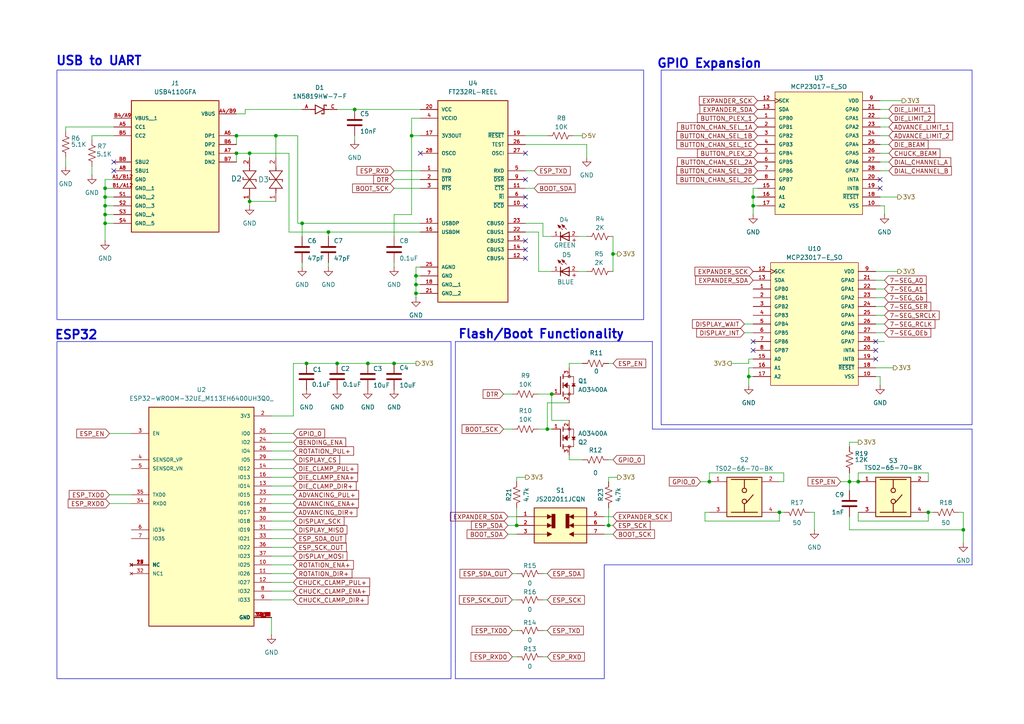
<source format=kicad_sch>
(kicad_sch (version 20231120) (generator "eeschema") (generator_version "8.0")
  (paper "A4")
  (junction (at 106.68 105.41))
  (junction (at 279.4 153.67))
  (junction (at 72.39 58.42))
  (junction (at 87.63 64.77))
  (junction (at 114.3 105.41))
  (junction (at 30.48 54.61))
  (junction (at 120.65 80.01))
  (junction (at 158.75 124.46))
  (junction (at 120.65 82.55))
  (junction (at 102.87 31.75))
  (junction (at 205.74 139.7))
  (junction (at 97.79 105.41))
  (junction (at 149.86 152.4))
  (junction (at 30.48 57.15))
  (junction (at 246.38 139.7))
  (junction (at 30.48 59.69))
  (junction (at 218.44 57.15))
  (junction (at 80.01 39.37))
  (junction (at 95.25 67.31))
  (junction (at 88.9 105.41))
  (junction (at 269.24 148.59))
  (junction (at 160.02 114.3))
  (junction (at 30.48 64.77))
  (junction (at 177.8 73.66))
  (junction (at 120.65 85.09))
  (junction (at 30.48 62.23))
  (junction (at 176.53 152.4))
  (junction (at 68.58 39.37))
  (junction (at 68.58 44.45))
  (junction (at 119.38 39.37))
  (junction (at 217.17 109.22))
  (junction (at 72.39 44.45))
  (junction (at 248.92 139.7))
  (junction (at 218.44 59.69))
  (junction (at 226.06 148.59))
  (no_connect (at 218.44 101.6))
  (no_connect (at 152.4 57.15))
  (no_connect (at 255.27 54.61))
  (no_connect (at 152.4 74.93))
  (no_connect (at 218.44 99.06))
  (no_connect (at 152.4 59.69))
  (no_connect (at 254 101.6))
  (no_connect (at 152.4 72.39))
  (no_connect (at 152.4 69.85))
  (no_connect (at 254 104.14))
  (no_connect (at 152.4 44.45))
  (no_connect (at 255.27 52.07))
  (no_connect (at 33.02 46.99))
  (no_connect (at 152.4 52.07))
  (no_connect (at 33.02 49.53))
  (no_connect (at 254 99.06))
  (no_connect (at 121.92 44.45))
  (wire (pts (xy 121.92 80.01) (xy 120.65 80.01)))
  (wire (pts (xy 78.74 120.65) (xy 85.09 120.65)))
  (wire (pts (xy 120.65 80.01) (xy 120.65 82.55)))
  (wire (pts (xy 255.27 109.22) (xy 254 109.22)))
  (wire (pts (xy 176.53 147.32) (xy 176.53 152.4)))
  (wire (pts (xy 248.92 151.13) (xy 269.24 151.13)))
  (wire (pts (xy 157.48 68.58) (xy 157.48 64.77)))
  (wire (pts (xy 78.74 171.45) (xy 85.09 171.45)))
  (wire (pts (xy 257.81 46.99) (xy 255.27 46.99)))
  (wire (pts (xy 279.4 148.59) (xy 279.4 153.67)))
  (wire (pts (xy 78.74 168.91) (xy 85.09 168.91)))
  (polyline (pts (xy 132.08 191.77) (xy 132.08 196.85)))
  (wire (pts (xy 170.18 41.91) (xy 170.18 45.72)))
  (wire (pts (xy 279.4 157.48) (xy 279.4 153.67)))
  (polyline (pts (xy 281.94 163.83) (xy 281.94 124.46)))
  (wire (pts (xy 149.86 173.99) (xy 148.59 173.99)))
  (wire (pts (xy 146.05 124.46) (xy 148.59 124.46)))
  (wire (pts (xy 167.64 78.74) (xy 170.18 78.74)))
  (wire (pts (xy 78.74 153.67) (xy 85.09 153.67)))
  (wire (pts (xy 149.86 138.43) (xy 149.86 139.7)))
  (wire (pts (xy 148.59 182.88) (xy 149.86 182.88)))
  (wire (pts (xy 215.9 93.98) (xy 218.44 93.98)))
  (wire (pts (xy 256.54 59.69) (xy 255.27 59.69)))
  (wire (pts (xy 256.54 81.28) (xy 254 81.28)))
  (wire (pts (xy 218.44 59.69) (xy 218.44 62.23)))
  (wire (pts (xy 227.33 137.16) (xy 227.33 139.7)))
  (polyline (pts (xy 132.08 196.85) (xy 175.26 196.85)))
  (wire (pts (xy 255.27 111.76) (xy 255.27 109.22)))
  (wire (pts (xy 71.12 31.75) (xy 87.63 31.75)))
  (wire (pts (xy 152.4 67.31) (xy 156.21 67.31)))
  (wire (pts (xy 218.44 57.15) (xy 219.71 57.15)))
  (wire (pts (xy 31.75 125.73) (xy 38.1 125.73)))
  (wire (pts (xy 78.74 161.29) (xy 85.09 161.29)))
  (wire (pts (xy 158.75 116.84) (xy 165.1 116.84)))
  (wire (pts (xy 68.58 41.91) (xy 68.58 39.37)))
  (wire (pts (xy 83.82 44.45) (xy 83.82 67.31)))
  (wire (pts (xy 31.75 143.51) (xy 38.1 143.51)))
  (wire (pts (xy 85.09 148.59) (xy 78.74 148.59)))
  (wire (pts (xy 114.3 52.07) (xy 121.92 52.07)))
  (wire (pts (xy 31.75 146.05) (xy 38.1 146.05)))
  (wire (pts (xy 114.3 62.23) (xy 119.38 62.23)))
  (wire (pts (xy 217.17 105.41) (xy 217.17 104.14)))
  (wire (pts (xy 218.44 59.69) (xy 219.71 59.69)))
  (wire (pts (xy 165.1 133.35) (xy 168.91 133.35)))
  (wire (pts (xy 158.75 124.46) (xy 160.02 124.46)))
  (wire (pts (xy 166.37 39.37) (xy 168.91 39.37)))
  (wire (pts (xy 157.48 68.58) (xy 160.02 68.58)))
  (wire (pts (xy 72.39 58.42) (xy 72.39 59.69)))
  (polyline (pts (xy 132.08 99.06) (xy 189.23 99.06)))
  (wire (pts (xy 157.48 64.77) (xy 152.4 64.77)))
  (wire (pts (xy 19.05 38.1) (xy 19.05 36.83)))
  (wire (pts (xy 269.24 148.59) (xy 269.24 151.13)))
  (wire (pts (xy 156.21 124.46) (xy 158.75 124.46)))
  (wire (pts (xy 68.58 33.02) (xy 71.12 33.02)))
  (wire (pts (xy 102.87 31.75) (xy 97.79 31.75)))
  (wire (pts (xy 68.58 44.45) (xy 68.58 46.99)))
  (wire (pts (xy 119.38 34.29) (xy 119.38 39.37)))
  (wire (pts (xy 165.1 105.41) (xy 168.91 105.41)))
  (wire (pts (xy 177.8 68.58) (xy 177.8 73.66)))
  (wire (pts (xy 85.09 166.37) (xy 78.74 166.37)))
  (wire (pts (xy 246.38 137.16) (xy 246.38 139.7)))
  (wire (pts (xy 246.38 139.7) (xy 246.38 142.24)))
  (wire (pts (xy 72.39 44.45) (xy 72.39 45.72)))
  (wire (pts (xy 87.63 64.77) (xy 87.63 68.58)))
  (wire (pts (xy 88.9 105.41) (xy 97.79 105.41)))
  (wire (pts (xy 248.92 137.16) (xy 269.24 137.16)))
  (wire (pts (xy 119.38 39.37) (xy 119.38 62.23)))
  (wire (pts (xy 154.94 49.53) (xy 152.4 49.53)))
  (wire (pts (xy 204.47 151.13) (xy 226.06 151.13)))
  (wire (pts (xy 83.82 67.31) (xy 95.25 67.31)))
  (wire (pts (xy 243.84 139.7) (xy 246.38 139.7)))
  (wire (pts (xy 236.22 148.59) (xy 236.22 153.67)))
  (wire (pts (xy 256.54 96.52) (xy 254 96.52)))
  (wire (pts (xy 203.2 139.7) (xy 205.74 139.7)))
  (wire (pts (xy 246.38 153.67) (xy 279.4 153.67)))
  (wire (pts (xy 218.44 57.15) (xy 218.44 59.69)))
  (polyline (pts (xy 189.23 124.46) (xy 281.94 124.46)))
  (wire (pts (xy 86.36 39.37) (xy 86.36 64.77)))
  (wire (pts (xy 147.32 152.4) (xy 149.86 152.4)))
  (wire (pts (xy 205.74 137.16) (xy 227.33 137.16)))
  (wire (pts (xy 261.62 29.21) (xy 255.27 29.21)))
  (wire (pts (xy 158.75 182.88) (xy 157.48 182.88)))
  (wire (pts (xy 152.4 138.43) (xy 149.86 138.43)))
  (wire (pts (xy 257.81 49.53) (xy 255.27 49.53)))
  (wire (pts (xy 215.9 96.52) (xy 218.44 96.52)))
  (wire (pts (xy 260.35 78.74) (xy 254 78.74)))
  (wire (pts (xy 146.05 114.3) (xy 148.59 114.3)))
  (wire (pts (xy 156.21 67.31) (xy 156.21 78.74)))
  (wire (pts (xy 165.1 132.08) (xy 165.1 133.35)))
  (wire (pts (xy 246.38 129.54) (xy 246.38 128.27)))
  (wire (pts (xy 30.48 62.23) (xy 30.48 64.77)))
  (wire (pts (xy 152.4 39.37) (xy 158.75 39.37)))
  (wire (pts (xy 148.59 166.37) (xy 149.86 166.37)))
  (wire (pts (xy 85.09 138.43) (xy 78.74 138.43)))
  (wire (pts (xy 30.48 57.15) (xy 30.48 59.69)))
  (polyline (pts (xy 189.23 99.06) (xy 189.23 124.46)))
  (wire (pts (xy 152.4 41.91) (xy 170.18 41.91)))
  (wire (pts (xy 85.09 143.51) (xy 78.74 143.51)))
  (wire (pts (xy 260.35 57.15) (xy 255.27 57.15)))
  (wire (pts (xy 78.74 125.73) (xy 85.09 125.73)))
  (wire (pts (xy 114.3 68.58) (xy 114.3 62.23)))
  (wire (pts (xy 158.75 124.46) (xy 158.75 116.84)))
  (wire (pts (xy 156.21 78.74) (xy 160.02 78.74)))
  (wire (pts (xy 95.25 76.2) (xy 95.25 77.47)))
  (wire (pts (xy 121.92 77.47) (xy 120.65 77.47)))
  (wire (pts (xy 257.81 44.45) (xy 255.27 44.45)))
  (wire (pts (xy 176.53 152.4) (xy 175.26 152.4)))
  (wire (pts (xy 33.02 57.15) (xy 30.48 57.15)))
  (wire (pts (xy 246.38 128.27) (xy 248.92 128.27)))
  (wire (pts (xy 256.54 88.9) (xy 254 88.9)))
  (wire (pts (xy 176.53 105.41) (xy 177.8 105.41)))
  (wire (pts (xy 33.02 59.69) (xy 30.48 59.69)))
  (wire (pts (xy 114.3 54.61) (xy 121.92 54.61)))
  (wire (pts (xy 26.67 48.26) (xy 26.67 50.8)))
  (wire (pts (xy 165.1 106.68) (xy 165.1 105.41)))
  (wire (pts (xy 256.54 83.82) (xy 254 83.82)))
  (wire (pts (xy 85.09 120.65) (xy 85.09 105.41)))
  (wire (pts (xy 217.17 109.22) (xy 217.17 111.76)))
  (wire (pts (xy 19.05 36.83) (xy 33.02 36.83)))
  (wire (pts (xy 257.81 31.75) (xy 255.27 31.75)))
  (wire (pts (xy 212.09 105.41) (xy 217.17 105.41)))
  (wire (pts (xy 30.48 54.61) (xy 30.48 57.15)))
  (wire (pts (xy 72.39 44.45) (xy 83.82 44.45)))
  (wire (pts (xy 114.3 105.41) (xy 120.65 105.41)))
  (wire (pts (xy 97.79 105.41) (xy 106.68 105.41)))
  (wire (pts (xy 68.58 44.45) (xy 72.39 44.45)))
  (polyline (pts (xy 175.26 196.85) (xy 175.26 163.83)))
  (wire (pts (xy 160.02 114.3) (xy 160.02 121.92)))
  (wire (pts (xy 86.36 64.77) (xy 87.63 64.77)))
  (wire (pts (xy 33.02 52.07) (xy 30.48 52.07)))
  (wire (pts (xy 158.75 190.5) (xy 157.48 190.5)))
  (wire (pts (xy 19.05 45.72) (xy 19.05 48.26)))
  (wire (pts (xy 256.54 91.44) (xy 254 91.44)))
  (wire (pts (xy 120.65 82.55) (xy 121.92 82.55)))
  (wire (pts (xy 269.24 139.7) (xy 269.24 137.16)))
  (wire (pts (xy 30.48 52.07) (xy 30.48 54.61)))
  (wire (pts (xy 154.94 54.61) (xy 152.4 54.61)))
  (wire (pts (xy 78.74 130.81) (xy 85.09 130.81)))
  (wire (pts (xy 149.86 147.32) (xy 149.86 152.4)))
  (wire (pts (xy 226.06 151.13) (xy 226.06 148.59)))
  (wire (pts (xy 257.81 39.37) (xy 255.27 39.37)))
  (wire (pts (xy 160.02 121.92) (xy 165.1 121.92)))
  (wire (pts (xy 218.44 54.61) (xy 218.44 57.15)))
  (wire (pts (xy 102.87 31.75) (xy 121.92 31.75)))
  (wire (pts (xy 95.25 67.31) (xy 95.25 68.58)))
  (wire (pts (xy 248.92 137.16) (xy 248.92 139.7)))
  (wire (pts (xy 205.74 148.59) (xy 204.47 148.59)))
  (wire (pts (xy 234.95 148.59) (xy 236.22 148.59)))
  (wire (pts (xy 71.12 33.02) (xy 71.12 31.75)))
  (wire (pts (xy 120.65 86.36) (xy 120.65 85.09)))
  (wire (pts (xy 78.74 184.15) (xy 78.74 179.07)))
  (wire (pts (xy 85.09 158.75) (xy 78.74 158.75)))
  (wire (pts (xy 167.64 68.58) (xy 170.18 68.58)))
  (wire (pts (xy 158.75 173.99) (xy 157.48 173.99)))
  (wire (pts (xy 147.32 154.94) (xy 149.86 154.94)))
  (wire (pts (xy 217.17 109.22) (xy 218.44 109.22)))
  (wire (pts (xy 33.02 62.23) (xy 30.48 62.23)))
  (wire (pts (xy 217.17 106.68) (xy 217.17 109.22)))
  (wire (pts (xy 158.75 166.37) (xy 157.48 166.37)))
  (wire (pts (xy 30.48 59.69) (xy 30.48 62.23)))
  (wire (pts (xy 80.01 39.37) (xy 86.36 39.37)))
  (wire (pts (xy 256.54 86.36) (xy 254 86.36)))
  (wire (pts (xy 256.54 93.98) (xy 254 93.98)))
  (wire (pts (xy 257.81 36.83) (xy 255.27 36.83)))
  (wire (pts (xy 78.74 156.21) (xy 85.09 156.21)))
  (wire (pts (xy 68.58 39.37) (xy 80.01 39.37)))
  (wire (pts (xy 204.47 148.59) (xy 204.47 151.13)))
  (wire (pts (xy 121.92 64.77) (xy 87.63 64.77)))
  (wire (pts (xy 176.53 138.43) (xy 176.53 139.7)))
  (wire (pts (xy 85.09 135.89) (xy 78.74 135.89)))
  (wire (pts (xy 256.54 62.23) (xy 256.54 59.69)))
  (wire (pts (xy 102.87 39.37) (xy 102.87 40.64)))
  (wire (pts (xy 176.53 133.35) (xy 177.8 133.35)))
  (wire (pts (xy 121.92 39.37) (xy 119.38 39.37)))
  (wire (pts (xy 78.74 128.27) (xy 85.09 128.27)))
  (wire (pts (xy 85.09 140.97) (xy 78.74 140.97)))
  (wire (pts (xy 257.81 41.91) (xy 255.27 41.91)))
  (wire (pts (xy 218.44 54.61) (xy 219.71 54.61)))
  (wire (pts (xy 33.02 39.37) (xy 26.67 39.37)))
  (wire (pts (xy 114.3 49.53) (xy 121.92 49.53)))
  (wire (pts (xy 30.48 64.77) (xy 30.48 69.85)))
  (wire (pts (xy 149.86 190.5) (xy 148.59 190.5)))
  (wire (pts (xy 156.21 114.3) (xy 160.02 114.3)))
  (wire (pts (xy 33.02 54.61) (xy 30.48 54.61)))
  (wire (pts (xy 85.09 146.05) (xy 78.74 146.05)))
  (wire (pts (xy 120.65 85.09) (xy 120.65 82.55)))
  (polyline (pts (xy 132.08 99.06) (xy 132.08 191.77)))
  (wire (pts (xy 147.32 149.86) (xy 149.86 149.86)))
  (wire (pts (xy 114.3 76.2) (xy 114.3 77.47)))
  (wire (pts (xy 85.09 105.41) (xy 88.9 105.41)))
  (wire (pts (xy 120.65 77.47) (xy 120.65 80.01)))
  (wire (pts (xy 177.8 152.4) (xy 176.53 152.4)))
  (wire (pts (xy 177.8 154.94) (xy 175.26 154.94)))
  (wire (pts (xy 248.92 148.59) (xy 248.92 151.13)))
  (wire (pts (xy 217.17 106.68) (xy 218.44 106.68)))
  (wire (pts (xy 227.33 148.59) (xy 226.06 148.59)))
  (wire (pts (xy 87.63 76.2) (xy 87.63 77.47)))
  (wire (pts (xy 259.08 106.68) (xy 254 106.68)))
  (wire (pts (xy 78.74 173.99) (xy 85.09 173.99)))
  (wire (pts (xy 278.13 148.59) (xy 279.4 148.59)))
  (wire (pts (xy 176.53 138.43) (xy 179.07 138.43)))
  (wire (pts (xy 120.65 85.09) (xy 121.92 85.09)))
  (wire (pts (xy 121.92 67.31) (xy 95.25 67.31)))
  (wire (pts (xy 205.74 139.7) (xy 205.74 137.16)))
  (wire (pts (xy 246.38 149.86) (xy 246.38 153.67)))
  (wire (pts (xy 256.54 99.06) (xy 254 99.06)))
  (wire (pts (xy 257.81 34.29) (xy 255.27 34.29)))
  (wire (pts (xy 30.48 64.77) (xy 33.02 64.77)))
  (wire (pts (xy 80.01 39.37) (xy 80.01 45.72)))
  (wire (pts (xy 78.74 151.13) (xy 85.09 151.13)))
  (wire (pts (xy 246.38 139.7) (xy 248.92 139.7)))
  (wire (pts (xy 72.39 58.42) (xy 80.01 58.42)))
  (wire (pts (xy 217.17 104.14) (xy 218.44 104.14)))
  (wire (pts (xy 26.67 39.37) (xy 26.67 40.64)))
  (wire (pts (xy 114.3 105.41) (xy 106.68 105.41)))
  (wire (pts (xy 270.51 148.59) (xy 269.24 148.59)))
  (wire (pts (xy 226.06 139.7) (xy 227.33 139.7)))
  (wire (pts (xy 179.07 73.66) (xy 177.8 73.66)))
  (wire (pts (xy 78.74 133.35) (xy 85.09 133.35)))
  (wire (pts (xy 177.8 149.86) (xy 175.26 149.86)))
  (polyline (pts (xy 175.26 163.83) (xy 281.94 163.83)))
  (wire (pts (xy 119.38 34.29) (xy 121.92 34.29)))
  (wire (pts (xy 85.09 163.83) (xy 78.74 163.83)))
  (wire (pts (xy 177.8 73.66) (xy 177.8 78.74)))
  (rectangle (start 16.51 20.32) (end 186.69 92.71))
  (rectangle (start 191.77 20.32) (end 281.94 123.19))
  (rectangle (start 16.51 99.06) (end 130.81 196.85))
  (text "USB to UART" (at 28.702 17.78 0) (effects (font (size 2.54 2.54) (thickness 0.508) (bold yes))))
  (text "GPIO Expansion" (at 205.74 18.542 0) (effects (font (size 2.54 2.54) (thickness 0.508) (bold yes))))
  (text "ESP32" (at 22.098 97.282 0) (effects (font (size 2.54 2.54) (thickness 0.508) (bold yes))))
  (text "Flash/Boot Functionality" (at 156.972 97.028 0) (effects (font (size 2.54 2.54) (thickness 0.508) (bold yes))))
  (global_label "ESP_TXD0" (shape input) (at 148.59 182.88 180) (property "Intersheetrefs" "${INTERSHEET_REFS}" (effects (hide yes))))
  (global_label "ESP_TXD" (shape input) (at 158.75 182.88 0) (property "Intersheetrefs" "${INTERSHEET_REFS}" (effects (hide yes))))
  (global_label "ESP_RXD" (shape input) (at 158.75 190.5 0) (property "Intersheetrefs" "${INTERSHEET_REFS}" (effects (hide yes))))
  (global_label "DTR" (shape input) (at 114.3 52.07 180) (property "Intersheetrefs" "${INTERSHEET_REFS}" (effects (hide yes))))
  (global_label "DIE_LIMIT_2" (shape input) (at 257.81 34.29 0) (property "Intersheetrefs" "${INTERSHEET_REFS}" (effects (hide yes))))
  (global_label "BOOT_SDA" (shape input) (at 154.94 54.61 0) (property "Intersheetrefs" "${INTERSHEET_REFS}" (effects (hide yes))))
  (global_label "DIE_LIMIT_1" (shape input) (at 257.81 31.75 0) (property "Intersheetrefs" "${INTERSHEET_REFS}" (effects (hide yes))))
  (global_label "BUTTON_CHAN_SEL_2C" (shape input) (at 219.71 52.07 180) (property "Intersheetrefs" "${INTERSHEET_REFS}" (effects (hide yes))))
  (global_label "7-SEG_Gb" (shape input) (at 256.54 86.36 0) (property "Intersheetrefs" "${INTERSHEET_REFS}" (effects (hide yes))))
  (global_label "ESP_RXD0" (shape input) (at 148.59 190.5 180) (property "Intersheetrefs" "${INTERSHEET_REFS}" (effects (hide yes))))
  (global_label "CHUCK_CLAMP_PUL+" (shape input) (at 85.09 168.91 0) (property "Intersheetrefs" "${INTERSHEET_REFS}" (effects (hide yes))))
  (global_label "DISPLAY_MISO" (shape input) (at 85.09 153.67 0) (property "Intersheetrefs" "${INTERSHEET_REFS}" (effects (hide yes))))
  (global_label "GPIO_0" (shape input) (at 85.09 125.73 0) (property "Intersheetrefs" "${INTERSHEET_REFS}" (effects (hide yes))))
  (global_label "DIAL_CHANNEL_A" (shape input) (at 257.81 46.99 0) (property "Intersheetrefs" "${INTERSHEET_REFS}" (effects (hide yes))))
  (global_label "ADVANCING_PUL+" (shape input) (at 85.09 143.51 0) (property "Intersheetrefs" "${INTERSHEET_REFS}" (effects (hide yes))))
  (global_label "ADVANCING_DIR+" (shape input) (at 85.09 148.59 0) (property "Intersheetrefs" "${INTERSHEET_REFS}" (effects (hide yes))))
  (global_label "BUTTON_CHAN_SEL_2A" (shape input) (at 219.71 46.99 180) (property "Intersheetrefs" "${INTERSHEET_REFS}" (effects (hide yes))))
  (global_label "ESP_SDA" (shape input) (at 147.32 152.4 180) (property "Intersheetrefs" "${INTERSHEET_REFS}" (effects (hide yes))))
  (global_label "ESP_SDA" (shape input) (at 158.75 166.37 0) (property "Intersheetrefs" "${INTERSHEET_REFS}" (effects (hide yes))))
  (global_label "DIE_CLAMP_DIR+" (shape input) (at 85.09 140.97 0) (property "Intersheetrefs" "${INTERSHEET_REFS}" (effects (hide yes))))
  (global_label "DIE_BEAM" (shape input) (at 257.81 41.91 0) (property "Intersheetrefs" "${INTERSHEET_REFS}" (effects (hide yes))))
  (global_label "ROTATION_DIR+" (shape input) (at 85.09 166.37 0) (property "Intersheetrefs" "${INTERSHEET_REFS}" (effects (hide yes))))
  (global_label "BUTTON_PLEX_1" (shape input) (at 219.71 34.29 180) (property "Intersheetrefs" "${INTERSHEET_REFS}" (effects (hide yes))))
  (global_label "ESP_EN" (shape input) (at 243.84 139.7 180) (property "Intersheetrefs" "${INTERSHEET_REFS}" (effects (hide yes))))
  (global_label "EXPANDER_SCK" (shape input) (at 218.44 78.74 180) (property "Intersheetrefs" "${INTERSHEET_REFS}" (effects (hide yes))))
  (global_label "ESP_TXD" (shape input) (at 154.94 49.53 0) (property "Intersheetrefs" "${INTERSHEET_REFS}" (effects (hide yes))))
  (global_label "DISPLAY_SCK" (shape input) (at 85.09 151.13 0) (property "Intersheetrefs" "${INTERSHEET_REFS}" (effects (hide yes))))
  (global_label "DISPLAY_MOSI" (shape input) (at 85.09 161.29 0) (property "Intersheetrefs" "${INTERSHEET_REFS}" (effects (hide yes))))
  (global_label "ADVANCING_ENA+" (shape input) (at 85.09 146.05 0) (property "Intersheetrefs" "${INTERSHEET_REFS}" (effects (hide yes))))
  (global_label "BOOT_SDA" (shape input) (at 147.32 154.94 180) (property "Intersheetrefs" "${INTERSHEET_REFS}" (effects (hide yes))))
  (global_label "BUTTON_CHAN_SEL_1C" (shape input) (at 219.71 41.91 180) (property "Intersheetrefs" "${INTERSHEET_REFS}" (effects (hide yes))))
  (global_label "DISPLAY_INT" (shape input) (at 215.9 96.52 180) (property "Intersheetrefs" "${INTERSHEET_REFS}" (effects (hide yes))))
  (global_label "EXPANDER_SCK" (shape input) (at 219.71 29.21 180) (property "Intersheetrefs" "${INTERSHEET_REFS}" (effects (hide yes))))
  (global_label "BUTTON_CHAN_SEL_1A" (shape input) (at 219.71 36.83 180) (property "Intersheetrefs" "${INTERSHEET_REFS}" (effects (hide yes))))
  (global_label "BOOT_SCK" (shape input) (at 114.3 54.61 180) (property "Intersheetrefs" "${INTERSHEET_REFS}" (effects (hide yes))))
  (global_label "EXPANDER_SCK" (shape input) (at 177.8 149.86 0) (property "Intersheetrefs" "${INTERSHEET_REFS}" (effects (hide yes))))
  (global_label "ESP_SDA_OUT" (shape input) (at 148.59 166.37 180) (property "Intersheetrefs" "${INTERSHEET_REFS}" (effects (hide yes))))
  (global_label "DIAL_CHANNEL_B" (shape input) (at 257.81 49.53 0) (property "Intersheetrefs" "${INTERSHEET_REFS}" (effects (hide yes))))
  (global_label "ROTATION_ENA+" (shape input) (at 85.09 163.83 0) (property "Intersheetrefs" "${INTERSHEET_REFS}" (effects (hide yes))))
  (global_label "DIE_CLAMP_ENA+" (shape input) (at 85.09 138.43 0) (property "Intersheetrefs" "${INTERSHEET_REFS}" (effects (hide yes))))
  (global_label "7-SEG_A0" (shape input) (at 256.54 81.28 0) (property "Intersheetrefs" "${INTERSHEET_REFS}" (effects (hide yes))))
  (global_label "7-SEG_OEb" (shape input) (at 256.54 96.52 0) (property "Intersheetrefs" "${INTERSHEET_REFS}" (effects (hide yes))))
  (global_label "BUTTON_PLEX_2" (shape input) (at 219.71 44.45 180) (property "Intersheetrefs" "${INTERSHEET_REFS}" (effects (hide yes))))
  (global_label "BOOT_SCK" (shape input) (at 177.8 154.94 0) (property "Intersheetrefs" "${INTERSHEET_REFS}" (effects (hide yes))))
  (global_label "ADVANCE_LIMIT_1" (shape input) (at 257.81 36.83 0) (property "Intersheetrefs" "${INTERSHEET_REFS}" (effects (hide yes))))
  (global_label "DTR" (shape input) (at 146.05 114.3 180) (property "Intersheetrefs" "${INTERSHEET_REFS}" (effects (hide yes))))
  (global_label "BOOT_SCK" (shape input) (at 146.05 124.46 180) (property "Intersheetrefs" "${INTERSHEET_REFS}" (effects (hide yes))))
  (global_label "7-SEG_SER" (shape input) (at 256.54 88.9 0) (property "Intersheetrefs" "${INTERSHEET_REFS}" (effects (hide yes))))
  (global_label "ESP_SCK_OUT" (shape input) (at 85.09 158.75 0) (property "Intersheetrefs" "${INTERSHEET_REFS}" (effects (hide yes))))
  (global_label "BUTTON_CHAN_SEL_1B" (shape input) (at 219.71 39.37 180) (property "Intersheetrefs" "${INTERSHEET_REFS}" (effects (hide yes))))
  (global_label "ESP_EN" (shape input) (at 177.8 105.41 0) (property "Intersheetrefs" "${INTERSHEET_REFS}" (effects (hide yes))))
  (global_label "DIE_CLAMP_PUL+" (shape input) (at 85.09 135.89 0) (property "Intersheetrefs" "${INTERSHEET_REFS}" (effects (hide yes))))
  (global_label "ESP_SCK" (shape input) (at 158.75 173.99 0) (property "Intersheetrefs" "${INTERSHEET_REFS}" (effects (hide yes))))
  (global_label "ESP_SCK_OUT" (shape input) (at 148.59 173.99 180) (property "Intersheetrefs" "${INTERSHEET_REFS}" (effects (hide yes))))
  (global_label "EXPANDER_SDA" (shape input) (at 218.44 81.28 180) (property "Intersheetrefs" "${INTERSHEET_REFS}" (effects (hide yes))))
  (global_label "ESP_RXD0" (shape input) (at 31.75 146.05 180) (property "Intersheetrefs" "${INTERSHEET_REFS}" (effects (hide yes))))
  (global_label "CHUCK_CLAMP_ENA+" (shape input) (at 85.09 171.45 0) (property "Intersheetrefs" "${INTERSHEET_REFS}" (effects (hide yes))))
  (global_label "BUTTON_CHAN_SEL_2B" (shape input) (at 219.71 49.53 180) (property "Intersheetrefs" "${INTERSHEET_REFS}" (effects (hide yes))))
  (global_label "EXPANDER_SDA" (shape input) (at 147.32 149.86 180) (property "Intersheetrefs" "${INTERSHEET_REFS}" (effects (hide yes))))
  (global_label "BENDING_ENA" (shape input) (at 85.09 128.27 0) (property "Intersheetrefs" "${INTERSHEET_REFS}" (effects (hide yes))))
  (global_label "ADVANCE_LIMIT_2" (shape input) (at 257.81 39.37 0) (property "Intersheetrefs" "${INTERSHEET_REFS}" (effects (hide yes))))
  (global_label "7-SEG_RCLK" (shape input) (at 256.54 93.98 0) (property "Intersheetrefs" "${INTERSHEET_REFS}" (effects (hide yes))))
  (global_label "ESP_EN" (shape input) (at 31.75 125.73 180) (property "Intersheetrefs" "${INTERSHEET_REFS}" (effects (hide yes))))
  (global_label "EXPANDER_SDA" (shape input) (at 219.71 31.75 180) (property "Intersheetrefs" "${INTERSHEET_REFS}" (effects (hide yes))))
  (global_label "DISPLAY_CS" (shape input) (at 85.09 133.35 0) (property "Intersheetrefs" "${INTERSHEET_REFS}" (effects (hide yes))))
  (global_label "ESP_SCK" (shape input) (at 177.8 152.4 0) (property "Intersheetrefs" "${INTERSHEET_REFS}" (effects (hide yes))))
  (global_label "DISPLAY_WAIT" (shape input) (at 215.9 93.98 180) (property "Intersheetrefs" "${INTERSHEET_REFS}" (effects (hide yes))))
  (global_label "CHUCK_CLAMP_DIR+" (shape input) (at 85.09 173.99 0) (property "Intersheetrefs" "${INTERSHEET_REFS}" (effects (hide yes))))
  (global_label "GPIO_0" (shape input) (at 203.2 139.7 180) (property "Intersheetrefs" "${INTERSHEET_REFS}" (effects (hide yes))))
  (global_label "CHUCK_BEAM" (shape input) (at 257.81 44.45 0) (property "Intersheetrefs" "${INTERSHEET_REFS}" (effects (hide yes))))
  (global_label "7-SEG_A1" (shape input) (at 256.54 83.82 0) (property "Intersheetrefs" "${INTERSHEET_REFS}" (effects (hide yes))))
  (global_label "ESP_RXD" (shape input) (at 114.3 49.53 180) (property "Intersheetrefs" "${INTERSHEET_REFS}" (effects (hide yes))))
  (global_label "ROTATION_PUL+" (shape input) (at 85.09 130.81 0) (property "Intersheetrefs" "${INTERSHEET_REFS}" (effects (hide yes))))
  (global_label "ESP_TXD0" (shape input) (at 31.75 143.51 180) (property "Intersheetrefs" "${INTERSHEET_REFS}" (effects (hide yes))))
  (global_label "7-SEG_SRCLK" (shape input) (at 256.54 91.44 0) (property "Intersheetrefs" "${INTERSHEET_REFS}" (effects (hide yes))))
  (global_label "GPIO_0" (shape input) (at 177.8 133.35 0) (property "Intersheetrefs" "${INTERSHEET_REFS}" (effects (hide yes))))
  (global_label "ESP_SDA_OUT" (shape input) (at 85.09 156.21 0) (property "Intersheetrefs" "${INTERSHEET_REFS}" (effects (hide yes))))
  (hierarchical_label "3V3" (shape output) (at 248.92 128.27 0))
  (hierarchical_label "3V3" (shape output) (at 120.65 105.41 0))
  (hierarchical_label "3V3" (shape output) (at 260.35 57.15 0))
  (hierarchical_label "3V3" (shape output) (at 260.35 78.74 0))
  (hierarchical_label "3V3" (shape output) (at 152.4 138.43 0))
  (hierarchical_label "3V3" (shape output) (at 212.09 105.41 180))
  (hierarchical_label "3V3" (shape output) (at 261.62 29.21 0))
  (hierarchical_label "5V" (shape output) (at 168.91 39.37 0))
  (hierarchical_label "3V3" (shape output) (at 179.07 138.43 0))
  (hierarchical_label "3V3" (shape output) (at 179.07 73.66 0))
  (hierarchical_label "3V3" (shape output) (at 259.08 106.68 0))
  (symbol (lib_id "power:GND") (at 19.05 48.26 0) (unit 1)
    (property "Reference" "#PWR022" (effects (hide yes)))
    (property "Value" "GND" (at 19.05 53.34 0))
    (property "Description" "Power symbol creates a global label with name \"GND\" , ground" (effects (hide yes)))
  )
  (symbol (lib_id "ESP32-WROOM-32UE_M113EH6400UH3Q0_:ESP32-WROOM-32UE_M113EH6400UH3Q0_") (at 58.42 151.13 0) (unit 1)
    (property "Reference" "U2" (at 58.42 113.03 0))
    (property "Value" "ESP32-WROOM-32UE_M113EH6400UH3Q0_" (at 58.42 115.57 0))
    (property "Footprint" "ESP32-WROOM-32UE_M113EH6400UH3Q0_:MODULE_ESP32-WROOM-32UE_M113EH6400UH3Q0_" (effects (hide yes)))
    (property "MF" "Espressif Systems" (effects (hide yes)))
    (property "MAXIMUM_PACKAGE_HEIGHT" "3.35 mm" (effects (hide yes)))
    (property "Package" "None" (effects (hide yes)))
    (property "Price" "None" (effects (hide yes)))
    (property "Check_prices" "https://www.snapeda.com/parts/ESP32-WROOM-32UE(M113EH6400UH3Q0)/Espressif+Systems/view-part/?ref=eda" (effects (hide yes)))
    (property "STANDARD" "Manufacturer Recommendations" (effects (hide yes)))
    (property "PARTREV" "1.2" (effects (hide yes)))
    (property "SnapEDA_Link" "https://www.snapeda.com/parts/ESP32-WROOM-32UE(M113EH6400UH3Q0)/Espressif+Systems/view-part/?ref=snap" (effects (hide yes)))
    (property "MP" "ESP32-WROOM-32UE(M113EH6400UH3Q0)" (effects (hide yes)))
    (property "Purchase-URL" "https://www.snapeda.com/api/url_track_click_mouser/?unipart_id=4796024&manufacturer=Espressif Systems&part_name=ESP32-WROOM-32UE(M113EH6400UH3Q0)&search_term=None" (effects (hide yes)))
    (property "Description_1" "\nBluetooth, WiFi 802.11b/g/n, Bluetooth v4.2 +EDR, Class 1, 2 and 3 Transceiver Module 2.4GHz ~ 2.5GHz Antenna Not Included, U.FL Surface Mount\n" (effects (hide yes)))
    (property "Availability" "In Stock" (effects (hide yes)))
    (property "MANUFACTURER" "Espressif Systems" (effects (hide yes)))
  )
  (symbol (lib_id "Device:R_US") (at 153.67 182.88 90) (mirror x) (unit 1)
    (property "Reference" "R14" (at 153.67 180.594 90))
    (property "Value" "0" (at 153.67 185.674 90))
    (property "Description" "Resistor, US symbol" (effects (hide yes)))
  )
  (symbol (lib_id "power:GND") (at 30.48 69.85 0) (unit 1)
    (property "Reference" "#PWR010" (effects (hide yes)))
    (property "Value" "GND" (at 30.48 74.93 0))
    (property "Description" "Power symbol creates a global label with name \"GND\" , ground" (effects (hide yes)))
  )
  (symbol (lib_id "power:GND") (at 120.65 86.36 0) (mirror y) (unit 1)
    (property "Reference" "#PWR09" (effects (hide yes)))
    (property "Value" "GND" (at 120.65 91.44 0))
    (property "Description" "Power symbol creates a global label with name \"GND\" , ground" (effects (hide yes)))
  )
  (symbol (lib_id "power:GND") (at 26.67 50.8 0) (unit 1)
    (property "Reference" "#PWR021" (effects (hide yes)))
    (property "Value" "GND" (at 26.67 55.88 0))
    (property "Description" "Power symbol creates a global label with name \"GND\" , ground" (effects (hide yes)))
  )
  (symbol (lib_id "Device:R_US") (at 19.05 41.91 180) (unit 1)
    (property "Reference" "R6" (at 20.574 40.132 0) (effects (justify right)))
    (property "Value" "5.1K" (at 20.574 41.91 0) (effects (justify right)))
    (property "Description" "Resistor, US symbol" (effects (hide yes)))
  )
  (symbol (lib_id "power:GND") (at 279.4 157.48 0) (mirror y) (unit 1)
    (property "Reference" "#PWR025" (effects (hide yes)))
    (property "Value" "GND" (at 279.4 162.56 0))
    (property "Description" "Power symbol creates a global label with name \"GND\" , ground" (effects (hide yes)))
  )
  (symbol (lib_id "AO3400A:AO3400A") (at 162.56 111.76 0) (unit 1)
    (property "Reference" "Q1" (at 167.64 110.4899 0) (effects (justify left)))
    (property "Value" "AO3400A" (at 167.64 113.0299 0) (effects (justify left)))
    (property "Footprint" "AO3400A:SOT95P280X125-3N" (effects (hide yes)))
    (property "MF" "Alpha & Omega Semiconductor" (effects (hide yes)))
    (property "MAXIMUM_PACKAGE_HEIGHT" "1.25 mm" (effects (hide yes)))
    (property "Package" "SOT-23 Alpha &amp; Omega Semiconductor Inc." (effects (hide yes)))
    (property "Price" "None" (effects (hide yes)))
    (property "Check_prices" "https://www.snapeda.com/parts/AO3400A/Alpha+%2526+Omega+Semiconductor+Inc./view-part/?ref=eda" (effects (hide yes)))
    (property "STANDARD" "IPC 7351B" (effects (hide yes)))
    (property "PARTREV" "L" (effects (hide yes)))
    (property "SnapEDA_Link" "https://www.snapeda.com/parts/AO3400A/Alpha+%2526+Omega+Semiconductor+Inc./view-part/?ref=snap" (effects (hide yes)))
    (property "MP" "AO3400A" (effects (hide yes)))
    (property "Description_1" "\nN-Channel 30 V 5.7A (Ta) 1.4W (Ta) Surface Mount SOT-23-3\n" (effects (hide yes)))
    (property "Availability" "In Stock" (effects (hide yes)))
    (property "MANUFACTURER" "Alpha & Omega Semiconductor" (effects (hide yes)))
  )
  (symbol (lib_id "power:GND") (at 95.25 77.47 0) (mirror y) (unit 1)
    (property "Reference" "#PWR019" (effects (hide yes)))
    (property "Value" "GND" (at 95.25 82.55 0))
    (property "Description" "Power symbol creates a global label with name \"GND\" , ground" (effects (hide yes)))
  )
  (symbol (lib_id "power:GND") (at 218.44 62.23 0) (mirror y) (unit 1)
    (property "Reference" "#PWR08" (effects (hide yes)))
    (property "Value" "GND" (at 218.44 67.31 0))
    (property "Description" "Power symbol creates a global label with name \"GND\" , ground" (effects (hide yes)))
  )
  (symbol (lib_id "Device:R_US") (at 176.53 143.51 0) (mirror x) (unit 1)
    (property "Reference" "R23" (at 174.244 143.51 90))
    (property "Value" "4.7k" (at 179.324 143.51 90))
    (property "Description" "Resistor, US symbol" (effects (hide yes)))
  )
  (symbol (lib_id "JS202011JCQN:JS202011JCQN") (at 162.56 152.4 0) (unit 1)
    (property "Reference" "S1" (at 162.56 142.24 0))
    (property "Value" "JS202011JCQN" (at 162.56 144.78 0))
    (property "Footprint" "JS202011JCQN:SW_JS202011JCQN" (effects (hide yes)))
    (property "PARTREV" "11 Nov 19" (effects (hide yes)))
    (property "MANUFACTURER" "C&K" (effects (hide yes)))
    (property "MAXIMUM_PACKAGE_HEIGHT" "5.6 mm" (effects (hide yes)))
    (property "STANDARD" "Manufacturer Recommendations" (effects (hide yes)))
  )
  (symbol (lib_id "TS02-66-70-BK-260-LCR-D:TS02-66-70-BK-260-LCR-D") (at 259.08 143.51 0) (unit 1)
    (property "Reference" "S3" (at 259.08 133.604 0))
    (property "Value" "TS02-66-70-BK" (at 259.08 135.636 0))
    (property "Footprint" "TS02-66-70-BK-260-LCR-D:SW_TS02-66-70-BK-260-LCR-D" (effects (hide yes)))
    (property "PARTREV" "1.0" (effects (hide yes)))
    (property "MANUFACTURER" "CUI Devices" (effects (hide yes)))
    (property "STANDARD" "Manufacturer Recommendations" (effects (hide yes)))
  )
  (symbol (lib_id "power:GND") (at 255.27 111.76 0) (mirror y) (unit 1)
    (property "Reference" "#PWR051" (effects (hide yes)))
    (property "Value" "GND" (at 255.27 116.84 0))
    (property "Description" "Power symbol creates a global label with name \"GND\" , ground" (effects (hide yes)))
  )
  (symbol (lib_id "power:GND") (at 217.17 111.76 0) (mirror y) (unit 1)
    (property "Reference" "#PWR050" (effects (hide yes)))
    (property "Value" "GND" (at 217.17 116.84 0))
    (property "Description" "Power symbol creates a global label with name \"GND\" , ground" (effects (hide yes)))
  )
  (symbol (lib_id "RCLAMP1521P:RCLAMP1521P.TCT") (at 72.39 45.72 270) (unit 1)
    (property "Reference" "D2" (at 68.58 51.816 90) (effects (font (size 1.524 1.524))))
    (property "Value" "RCLAMP1521P.TCT" (effects (hide yes)))
    (property "Footprint" "TVS_DFN2_SLP1006P2_SEM" (effects (hide yes)))
    (property "Datasheet" "RCLAMP1521P.TCT" (effects (hide yes)))
  )
  (symbol (lib_id "AO3400A:AO3400A") (at 162.56 127 0) (mirror x) (unit 1)
    (property "Reference" "Q2" (at 167.64 128.2701 0) (effects (justify left)))
    (property "Value" "AO3400A" (at 167.64 125.7301 0) (effects (justify left)))
    (property "Footprint" "AO3400A:SOT95P280X125-3N" (effects (hide yes)))
    (property "MF" "Alpha & Omega Semiconductor" (effects (hide yes)))
    (property "MAXIMUM_PACKAGE_HEIGHT" "1.25 mm" (effects (hide yes)))
    (property "Package" "SOT-23 Alpha &amp; Omega Semiconductor Inc." (effects (hide yes)))
    (property "Price" "None" (effects (hide yes)))
    (property "Check_prices" "https://www.snapeda.com/parts/AO3400A/Alpha+%2526+Omega+Semiconductor+Inc./view-part/?ref=eda" (effects (hide yes)))
    (property "STANDARD" "IPC 7351B" (effects (hide yes)))
    (property "PARTREV" "L" (effects (hide yes)))
    (property "SnapEDA_Link" "https://www.snapeda.com/parts/AO3400A/Alpha+%2526+Omega+Semiconductor+Inc./view-part/?ref=snap" (effects (hide yes)))
    (property "MP" "AO3400A" (effects (hide yes)))
    (property "Description_1" "\nN-Channel 30 V 5.7A (Ta) 1.4W (Ta) Surface Mount SOT-23-3\n" (effects (hide yes)))
    (property "Availability" "In Stock" (effects (hide yes)))
    (property "MANUFACTURER" "Alpha & Omega Semiconductor" (effects (hide yes)))
  )
  (symbol (lib_id "Device:R_US") (at 162.56 39.37 90) (unit 1)
    (property "Reference" "R8" (at 162.814 34.29 90))
    (property "Value" "10K" (at 162.814 36.83 90))
    (property "Description" "Resistor, US symbol" (effects (hide yes)))
  )
  (symbol (lib_id "1N5819HW-7-F:1N5819HW-7-F") (at 92.71 31.75 0) (unit 1)
    (property "Reference" "D1" (at 92.71 25.4 0))
    (property "Value" "1N5819HW-7-F" (at 92.71 27.94 0))
    (property "Footprint" "1N5819HW-7-F:SOD3715X145N" (effects (hide yes)))
    (property "PARTREV" "18-2" (effects (hide yes)))
    (property "STANDARD" "IPC-7351B" (effects (hide yes)))
    (property "MANUFACTURER" "Diodes Inc." (effects (hide yes)))
  )
  (symbol (lib_id "Device:R_US") (at 173.99 68.58 90) (unit 1)
    (property "Reference" "R4" (at 173.99 63.5 90))
    (property "Value" "2K" (at 173.99 66.04 90))
    (property "Description" "Resistor, US symbol" (effects (hide yes)))
  )
  (symbol (lib_id "power:GND") (at 236.22 153.67 0) (mirror y) (unit 1)
    (property "Reference" "#PWR024" (effects (hide yes)))
    (property "Value" "GND" (at 236.22 158.75 0))
    (property "Description" "Power symbol creates a global label with name \"GND\" , ground" (effects (hide yes)))
  )
  (symbol (lib_id "Device:R_US") (at 26.67 44.45 180) (unit 1)
    (property "Reference" "R7" (at 28.194 42.418 0) (effects (justify right)))
    (property "Value" "5.1K" (at 27.94 44.704 0) (effects (justify right)))
    (property "Description" "Resistor, US symbol" (effects (hide yes)))
  )
  (symbol (lib_id "Device:C") (at 102.87 35.56 0) (unit 1)
    (property "Reference" "C5" (at 104.394 33.02 0) (effects (justify left)))
    (property "Value" "10nF" (at 104.394 38.1 0) (effects (justify left)))
    (property "Description" "Unpolarized capacitor" (effects (hide yes)))
  )
  (symbol (lib_id "Device:R_US") (at 172.72 133.35 90) (mirror x) (unit 1)
    (property "Reference" "R12" (at 172.72 130.556 90))
    (property "Value" "0" (at 172.72 137.16 90))
    (property "Description" "Resistor, US symbol" (effects (hide yes)))
  )
  (symbol (lib_id "Device:R_US") (at 172.72 105.41 90) (unit 1)
    (property "Reference" "R11" (at 172.974 102.362 90))
    (property "Value" "0" (at 172.974 107.696 90))
    (property "Description" "Resistor, US symbol" (effects (hide yes)))
  )
  (symbol (lib_id "TS02-66-70-BK-260-LCR-D:TS02-66-70-BK-260-LCR-D") (at 215.9 143.51 0) (unit 1)
    (property "Reference" "S2" (at 215.9 133.35 0))
    (property "Value" "TS02-66-70-BK" (at 215.9 135.89 0))
    (property "Footprint" "TS02-66-70-BK-260-LCR-D:SW_TS02-66-70-BK-260-LCR-D" (effects (hide yes)))
    (property "PARTREV" "1.0" (effects (hide yes)))
    (property "MANUFACTURER" "CUI Devices" (effects (hide yes)))
    (property "STANDARD" "Manufacturer Recommendations" (effects (hide yes)))
  )
  (symbol (lib_id "power:GND") (at 170.18 45.72 0) (mirror y) (unit 1)
    (property "Reference" "#PWR023" (effects (hide yes)))
    (property "Value" "GND" (at 170.18 50.8 0))
    (property "Description" "Power symbol creates a global label with name \"GND\" , ground" (effects (hide yes)))
  )
  (symbol (lib_id "Device:R_US") (at 152.4 124.46 90) (unit 1)
    (property "Reference" "R10" (at 152.4 119.126 90))
    (property "Value" "10K" (at 152.4 121.666 90))
    (property "Description" "Resistor, US symbol" (effects (hide yes)))
  )
  (symbol (lib_id "Device:C") (at 106.68 109.22 0) (unit 1)
    (property "Reference" "C3" (at 108.204 106.934 0) (effects (justify left)))
    (property "Value" "10uF" (at 108.204 111.76 0) (effects (justify left)))
    (property "Description" "Unpolarized capacitor" (effects (hide yes)))
  )
  (symbol (lib_id "Device:R_US") (at 274.32 148.59 90) (mirror x) (unit 1)
    (property "Reference" "R18" (at 274.32 145.796 90))
    (property "Value" "50" (at 274.32 151.638 90))
    (property "Description" "Resistor, US symbol" (effects (hide yes)))
  )
  (symbol (lib_id "power:GND") (at 102.87 40.64 0) (mirror y) (unit 1)
    (property "Reference" "#PWR016" (effects (hide yes)))
    (property "Value" "GND" (at 102.87 45.72 0))
    (property "Description" "Power symbol creates a global label with name \"GND\" , ground" (effects (hide yes)))
  )
  (symbol (lib_id "WL-SMCW_0603:WL-SMCW_0603") (at 162.56 68.58 0) (unit 1)
    (property "Reference" "D4" (at 163.576 63.754 0))
    (property "Value" "GREEN" (at 163.83 71.12 0))
    (property "Footprint" "WL-SMCW_0603:WL-SMCW_0603" (effects (hide yes)))
  )
  (symbol (lib_id "power:GND") (at 88.9 113.03 0) (unit 1)
    (property "Reference" "#PWR012" (effects (hide yes)))
    (property "Value" "GND" (at 88.9 118.11 0))
    (property "Description" "Power symbol creates a global label with name \"GND\" , ground" (effects (hide yes)))
  )
  (symbol (lib_id "Device:C") (at 246.38 146.05 0) (mirror y) (unit 1)
    (property "Reference" "C9" (at 244.856 143.51 0) (effects (justify left)))
    (property "Value" "1nF" (at 244.856 148.59 0) (effects (justify left)))
    (property "Description" "Unpolarized capacitor" (effects (hide yes)))
  )
  (symbol (lib_id "power:GND") (at 72.39 59.69 0) (mirror y) (unit 1)
    (property "Reference" "#PWR018" (effects (hide yes)))
    (property "Value" "GND" (at 72.39 64.77 0))
    (property "Description" "Power symbol creates a global label with name \"GND\" , ground" (effects (hide yes)))
  )
  (symbol (lib_id "MCP23017-E_SO:MCP23017-E_SO") (at 236.22 91.44 0) (unit 1)
    (property "Reference" "U10" (at 236.22 72.136 0))
    (property "Value" "MCP23017-E_SO" (at 236.22 74.676 0))
    (property "Footprint" "MCP23017-E_SO:SOIC127P1030X265-28N" (effects (hide yes)))
    (property "E2_MAX" "0.0" (effects (hide yes)))
    (property "E1_MIN" "7.5" (effects (hide yes)))
    (property "B_NOM" "0.41" (effects (hide yes)))
    (property "E1_NOM" "7.5" (effects (hide yes)))
    (property "B_MAX" "0.51" (effects (hide yes)))
    (property "D2_MAX" "0.0" (effects (hide yes)))
    (property "ENOM" "1.27" (effects (hide yes)))
    (property "D_NOM" "17.9" (effects (hide yes)))
    (property "D_MAX" "17.9" (effects (hide yes)))
    (property "L_MAX" "1.27" (effects (hide yes)))
    (property "A_MAX" "2.65" (effects (hide yes)))
    (property "A_NOM" "2.65" (effects (hide yes)))
    (property "A_MIN" "2.65" (effects (hide yes)))
    (property "STANDARD" "IPC 7351B" (effects (hide yes)))
    (property "PARTREV" "C" (effects (hide yes)))
    (property "E_NOM" "10.3" (effects (hide yes)))
    (property "B_MIN" "0.31" (effects (hide yes)))
    (property "PIN_COUNT" "28.0" (effects (hide yes)))
    (property "L_NOM" "0.835" (effects (hide yes)))
    (property "MANUFACTURER" "Microchip" (effects (hide yes)))
    (property "MAXIMUM_PACKAGE_HEIGHT" "2.65mm" (effects (hide yes)))
    (property "A1_MIN" "0.1" (effects (hide yes)))
    (property "E1_MAX" "7.5" (effects (hide yes)))
    (property "E_MIN" "10.3" (effects (hide yes)))
    (property "D_MIN" "17.9" (effects (hide yes)))
    (property "L_MIN" "0.4" (effects (hide yes)))
    (property "E_MAX" "10.3" (effects (hide yes)))
  )
  (symbol (lib_id "power:GND") (at 256.54 62.23 0) (mirror y) (unit 1)
    (property "Reference" "#PWR011" (effects (hide yes)))
    (property "Value" "GND" (at 256.54 67.31 0))
    (property "Description" "Power symbol creates a global label with name \"GND\" , ground" (effects (hide yes)))
  )
  (symbol (lib_id "Device:R_US") (at 152.4 114.3 90) (unit 1)
    (property "Reference" "R9" (at 152.4 108.966 90))
    (property "Value" "10K" (at 152.4 111.506 90))
    (property "Description" "Resistor, US symbol" (effects (hide yes)))
  )
  (symbol (lib_id "Device:R_US") (at 231.14 148.59 90) (mirror x) (unit 1)
    (property "Reference" "R17" (at 231.14 145.796 90))
    (property "Value" "50" (at 231.14 151.638 90))
    (property "Description" "Resistor, US symbol" (effects (hide yes)))
  )
  (symbol (lib_id "Device:C") (at 87.63 72.39 0) (unit 1)
    (property "Reference" "C6" (at 89.154 69.85 0) (effects (justify left)))
    (property "Value" "47pF" (at 89.154 74.93 0) (effects (justify left)))
    (property "Description" "Unpolarized capacitor" (effects (hide yes)))
  )
  (symbol (lib_id "MCP23017-E_SO:MCP23017-E_SO") (at 237.49 41.91 0) (unit 1)
    (property "Reference" "U3" (at 237.49 22.606 0))
    (property "Value" "MCP23017-E_SO" (at 237.49 25.146 0))
    (property "Footprint" "MCP23017-E_SO:SOIC127P1030X265-28N" (effects (hide yes)))
    (property "E2_MAX" "0.0" (effects (hide yes)))
    (property "E1_MIN" "7.5" (effects (hide yes)))
    (property "B_NOM" "0.41" (effects (hide yes)))
    (property "E1_NOM" "7.5" (effects (hide yes)))
    (property "B_MAX" "0.51" (effects (hide yes)))
    (property "D2_MAX" "0.0" (effects (hide yes)))
    (property "ENOM" "1.27" (effects (hide yes)))
    (property "D_NOM" "17.9" (effects (hide yes)))
    (property "D_MAX" "17.9" (effects (hide yes)))
    (property "L_MAX" "1.27" (effects (hide yes)))
    (property "A_MAX" "2.65" (effects (hide yes)))
    (property "A_NOM" "2.65" (effects (hide yes)))
    (property "A_MIN" "2.65" (effects (hide yes)))
    (property "STANDARD" "IPC 7351B" (effects (hide yes)))
    (property "PARTREV" "C" (effects (hide yes)))
    (property "E_NOM" "10.3" (effects (hide yes)))
    (property "B_MIN" "0.31" (effects (hide yes)))
    (property "PIN_COUNT" "28.0" (effects (hide yes)))
    (property "L_NOM" "0.835" (effects (hide yes)))
    (property "MANUFACTURER" "Microchip" (effects (hide yes)))
    (property "MAXIMUM_PACKAGE_HEIGHT" "2.65mm" (effects (hide yes)))
    (property "A1_MIN" "0.1" (effects (hide yes)))
    (property "E1_MAX" "7.5" (effects (hide yes)))
    (property "E_MIN" "10.3" (effects (hide yes)))
    (property "D_MIN" "17.9" (effects (hide yes)))
    (property "L_MIN" "0.4" (effects (hide yes)))
    (property "E_MAX" "10.3" (effects (hide yes)))
  )
  (symbol (lib_id "power:GND") (at 114.3 113.03 0) (unit 1)
    (property "Reference" "#PWR015" (effects (hide yes)))
    (property "Value" "GND" (at 114.3 118.11 0))
    (property "Description" "Power symbol creates a global label with name \"GND\" , ground" (effects (hide yes)))
  )
  (symbol (lib_id "Device:C") (at 114.3 72.39 0) (unit 1)
    (property "Reference" "C8" (at 115.824 69.85 0) (effects (justify left)))
    (property "Value" "0.1uF" (at 115.824 74.93 0) (effects (justify left)))
    (property "Description" "Unpolarized capacitor" (effects (hide yes)))
  )
  (symbol (lib_id "Device:R_US") (at 246.38 133.35 180) (unit 1)
    (property "Reference" "R19" (at 247.904 131.572 0) (effects (justify right)))
    (property "Value" "12K" (at 247.904 133.35 0) (effects (justify right)))
    (property "Description" "Resistor, US symbol" (effects (hide yes)))
  )
  (symbol (lib_id "Device:R_US") (at 153.67 173.99 90) (mirror x) (unit 1)
    (property "Reference" "R16" (at 153.67 171.704 90))
    (property "Value" "0" (at 153.67 176.784 90))
    (property "Description" "Resistor, US symbol" (effects (hide yes)))
  )
  (symbol (lib_id "Device:R_US") (at 153.67 190.5 90) (mirror x) (unit 1)
    (property "Reference" "R13" (at 153.67 188.214 90))
    (property "Value" "0" (at 153.67 193.294 90))
    (property "Description" "Resistor, US symbol" (effects (hide yes)))
  )
  (symbol (lib_id "Device:C") (at 97.79 109.22 0) (unit 1)
    (property "Reference" "C2" (at 98.806 106.934 0) (effects (justify left)))
    (property "Value" "0.1uF" (at 99.314 111.506 0) (effects (justify left)))
    (property "Description" "Unpolarized capacitor" (effects (hide yes)))
  )
  (symbol (lib_id "RCLAMP1521P:RCLAMP1521P.TCT") (at 80.01 45.72 270) (unit 1)
    (property "Reference" "D3" (at 76.454 52.07 90) (effects (font (size 1.524 1.524))))
    (property "Value" "RCLAMP1521P.TCT" (effects (hide yes)))
    (property "Footprint" "TVS_DFN2_SLP1006P2_SEM" (effects (hide yes)))
    (property "Datasheet" "RCLAMP1521P.TCT" (effects (hide yes)))
  )
  (symbol (lib_id "power:GND") (at 87.63 77.47 0) (mirror y) (unit 1)
    (property "Reference" "#PWR017" (effects (hide yes)))
    (property "Value" "GND" (at 87.63 82.55 0))
    (property "Description" "Power symbol creates a global label with name \"GND\" , ground" (effects (hide yes)))
  )
  (symbol (lib_id "Device:R_US") (at 149.86 143.51 0) (mirror x) (unit 1)
    (property "Reference" "R21" (at 147.574 143.51 90))
    (property "Value" "4.7k" (at 152.654 143.51 90))
    (property "Description" "Resistor, US symbol" (effects (hide yes)))
  )
  (symbol (lib_id "Device:C") (at 95.25 72.39 0) (unit 1)
    (property "Reference" "C7" (at 96.774 69.85 0) (effects (justify left)))
    (property "Value" "47pF" (at 96.774 74.93 0) (effects (justify left)))
    (property "Description" "Unpolarized capacitor" (effects (hide yes)))
  )
  (symbol (lib_id "power:GND") (at 78.74 184.15 0) (unit 1)
    (property "Reference" "#PWR01" (effects (hide yes)))
    (property "Value" "GND" (at 78.74 189.23 0))
    (property "Description" "Power symbol creates a global label with name \"GND\" , ground" (effects (hide yes)))
  )
  (symbol (lib_id "power:GND") (at 114.3 77.47 0) (mirror y) (unit 1)
    (property "Reference" "#PWR020" (effects (hide yes)))
    (property "Value" "GND" (at 114.3 82.55 0))
    (property "Description" "Power symbol creates a global label with name \"GND\" , ground" (effects (hide yes)))
  )
  (symbol (lib_id "Device:C") (at 114.3 109.22 0) (unit 1)
    (property "Reference" "C4" (at 115.824 106.68 0) (effects (justify left)))
    (property "Value" "10uF" (at 115.824 111.76 0) (effects (justify left)))
    (property "Description" "Unpolarized capacitor" (effects (hide yes)))
  )
  (symbol (lib_id "Device:R_US") (at 153.67 166.37 90) (mirror x) (unit 1)
    (property "Reference" "R15" (at 153.67 164.084 90))
    (property "Value" "0" (at 153.67 169.164 90))
    (property "Description" "Resistor, US symbol" (effects (hide yes)))
  )
  (symbol (lib_id "FT232RL-REEL:FT232RL-REEL") (at 137.16 57.15 0) (mirror y) (unit 1)
    (property "Reference" "U4" (at 137.16 24.13 0))
    (property "Value" "FT232RL-REEL" (at 137.16 26.67 0))
    (property "Footprint" "FT232RL-REEL:SOP65P780X200-28N" (effects (hide yes)))
    (property "MANUFACTURER" "Future Technology Devices International Ltd" (effects (hide yes)))
  )
  (symbol (lib_id "power:GND") (at 97.79 113.03 0) (unit 1)
    (property "Reference" "#PWR014" (effects (hide yes)))
    (property "Value" "GND" (at 97.79 118.11 0))
    (property "Description" "Power symbol creates a global label with name \"GND\" , ground" (effects (hide yes)))
  )
  (symbol (lib_id "WL-SMCW_0603:WL-SMCW_0603") (at 162.56 78.74 0) (unit 1)
    (property "Reference" "D5" (at 164.338 73.914 0))
    (property "Value" "BLUE" (at 164.084 81.788 0))
    (property "Footprint" "WL-SMCW_0603:WL-SMCW_0603" (effects (hide yes)))
  )
  (symbol (lib_id "Device:C") (at 88.9 109.22 0) (unit 1)
    (property "Reference" "C1" (at 90.678 107.188 0) (effects (justify left)))
    (property "Value" "0.1uF" (at 90.424 111.506 0) (effects (justify left)))
    (property "Description" "Unpolarized capacitor" (effects (hide yes)))
  )
  (symbol (lib_id "Device:R_US") (at 173.99 78.74 90) (unit 1)
    (property "Reference" "R5" (at 173.736 73.66 90))
    (property "Value" "2K" (at 173.736 76.2 90))
    (property "Description" "Resistor, US symbol" (effects (hide yes)))
  )
  (symbol (lib_id "USB4110GFA:USB4110GFA") (at 50.8 39.37 0) (mirror y) (unit 1)
    (property "Reference" "J1" (at 50.8 24.13 0))
    (property "Value" "USB4110GFA" (at 50.8 26.67 0))
    (property "Footprint" "USB4110GFA:GCT_USB4110GFA" (effects (hide yes)))
    (property "MF" "GCT" (effects (hide yes)))
    (property "Description_1" "USB-C (USB TYPE-C) USB 2.0 Receptacle Connector 24 (16+8 Dummy) Position Surface Mount, Right Angle; Through Hole" (effects (hide yes)))
    (property "Package" "None" (effects (hide yes)))
    (property "Price" "None" (effects (hide yes)))
    (property "MP" "USB4110GFA" (effects (hide yes)))
    (property "Availability" "In Stock" (effects (hide yes)))
  )
  (symbol (lib_id "power:GND") (at 106.68 113.03 0) (unit 1)
    (property "Reference" "#PWR013" (effects (hide yes)))
    (property "Value" "GND" (at 106.68 118.11 0))
    (property "Description" "Power symbol creates a global label with name \"GND\" , ground" (effects (hide yes)))
  )
)
</source>
